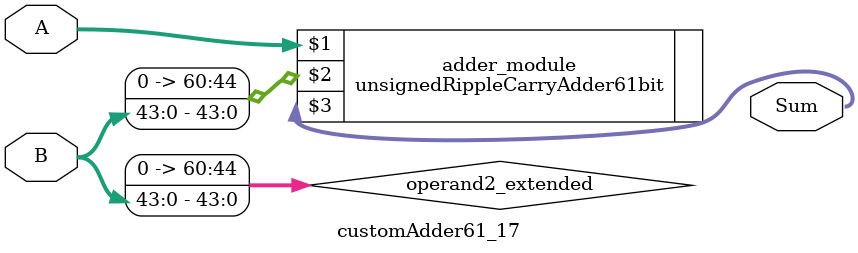
<source format=v>
module customAdder61_17(
                        input [60 : 0] A,
                        input [43 : 0] B,
                        
                        output [61 : 0] Sum
                );

        wire [60 : 0] operand2_extended;
        
        assign operand2_extended =  {17'b0, B};
        
        unsignedRippleCarryAdder61bit adder_module(
            A,
            operand2_extended,
            Sum
        );
        
        endmodule
        
</source>
